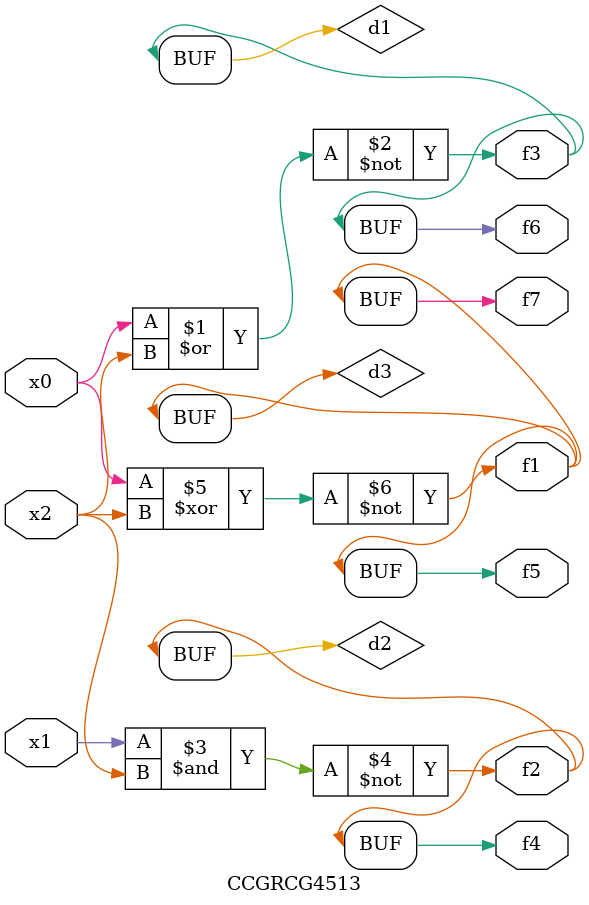
<source format=v>
module CCGRCG4513(
	input x0, x1, x2,
	output f1, f2, f3, f4, f5, f6, f7
);

	wire d1, d2, d3;

	nor (d1, x0, x2);
	nand (d2, x1, x2);
	xnor (d3, x0, x2);
	assign f1 = d3;
	assign f2 = d2;
	assign f3 = d1;
	assign f4 = d2;
	assign f5 = d3;
	assign f6 = d1;
	assign f7 = d3;
endmodule

</source>
